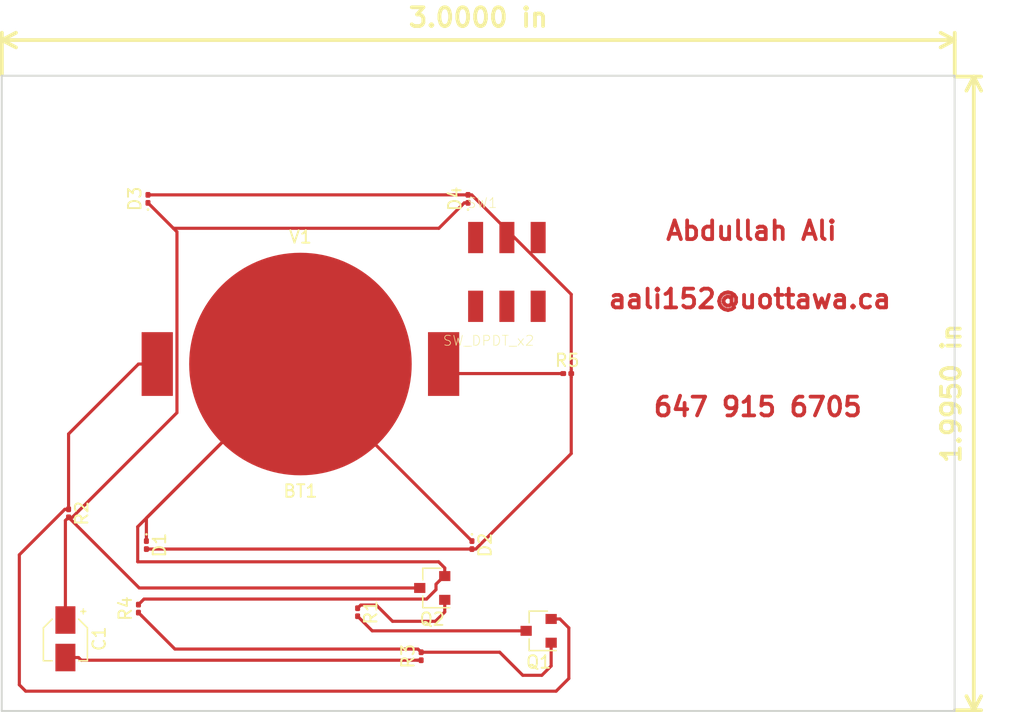
<source format=kicad_pcb>
(kicad_pcb (version 20171130) (host pcbnew "(5.0.2)-1")

  (general
    (thickness 1.6)
    (drawings 9)
    (tracks 74)
    (zones 0)
    (modules 14)
    (nets 11)
  )

  (page A4)
  (layers
    (0 F.Cu signal)
    (31 B.Cu signal hide)
    (32 B.Adhes user)
    (33 F.Adhes user hide)
    (34 B.Paste user hide)
    (35 F.Paste user hide)
    (36 B.SilkS user hide)
    (37 F.SilkS user)
    (38 B.Mask user hide)
    (39 F.Mask user hide)
    (40 Dwgs.User user hide)
    (41 Cmts.User user hide)
    (42 Eco1.User user hide)
    (43 Eco2.User user hide)
    (44 Edge.Cuts user)
    (45 Margin user hide)
    (46 B.CrtYd user hide)
    (47 F.CrtYd user)
    (48 B.Fab user hide)
    (49 F.Fab user hide)
  )

  (setup
    (last_trace_width 0.25)
    (trace_clearance 0.2)
    (zone_clearance 0.508)
    (zone_45_only no)
    (trace_min 0.2)
    (segment_width 0.2)
    (edge_width 0.15)
    (via_size 0.8)
    (via_drill 0.4)
    (via_min_size 0.4)
    (via_min_drill 0.3)
    (uvia_size 0.3)
    (uvia_drill 0.1)
    (uvias_allowed no)
    (uvia_min_size 0.2)
    (uvia_min_drill 0.1)
    (pcb_text_width 0.3)
    (pcb_text_size 1.5 1.5)
    (mod_edge_width 0.15)
    (mod_text_size 1 1)
    (mod_text_width 0.15)
    (pad_size 0.46 0.4)
    (pad_drill 0)
    (pad_to_mask_clearance 0.051)
    (solder_mask_min_width 0.25)
    (aux_axis_origin 0 0)
    (visible_elements 7FFFFFFF)
    (pcbplotparams
      (layerselection 0x010fc_ffffffff)
      (usegerberextensions false)
      (usegerberattributes false)
      (usegerberadvancedattributes false)
      (creategerberjobfile false)
      (excludeedgelayer true)
      (linewidth 0.100000)
      (plotframeref false)
      (viasonmask false)
      (mode 1)
      (useauxorigin false)
      (hpglpennumber 1)
      (hpglpenspeed 20)
      (hpglpendiameter 15.000000)
      (psnegative false)
      (psa4output false)
      (plotreference true)
      (plotvalue true)
      (plotinvisibletext false)
      (padsonsilk false)
      (subtractmaskfromsilk false)
      (outputformat 1)
      (mirror false)
      (drillshape 1)
      (scaleselection 1)
      (outputdirectory ""))
  )

  (net 0 "")
  (net 1 VDD)
  (net 2 GND)
  (net 3 "Net-(C1-Pad2)")
  (net 4 "Net-(D1-Pad2)")
  (net 5 "Net-(Q1-Pad1)")
  (net 6 "Net-(Q1-Pad3)")
  (net 7 "Net-(Q2-Pad1)")
  (net 8 "Net-(C1-Pad1)")
  (net 9 "Net-(D1-Pad1)")
  (net 10 "Net-(SW1-Pad3)")

  (net_class Default "This is the default net class."
    (clearance 0.2)
    (trace_width 0.25)
    (via_dia 0.8)
    (via_drill 0.4)
    (uvia_dia 0.3)
    (uvia_drill 0.1)
    (add_net GND)
    (add_net "Net-(C1-Pad1)")
    (add_net "Net-(C1-Pad2)")
    (add_net "Net-(D1-Pad1)")
    (add_net "Net-(D1-Pad2)")
    (add_net "Net-(Q1-Pad1)")
    (add_net "Net-(Q1-Pad3)")
    (add_net "Net-(Q2-Pad1)")
    (add_net "Net-(SW1-Pad3)")
    (add_net VDD)
  )

  (module CardElements:CR2032_HOLDER (layer F.Cu) (tedit 54CCE85E) (tstamp 5C606F4A)
    (at 103.886 83.058)
    (descr http://www.mouser.com/ds/2/238/bat-hld-001-220194.pdf)
    (tags "Linx Battery Holder 2032 bat-hld-001")
    (path /5C45F109)
    (fp_text reference BT1 (at 0 10.16) (layer F.SilkS)
      (effects (font (size 1 1) (thickness 0.15)))
    )
    (fp_text value V1 (at 0 -10.16) (layer F.SilkS)
      (effects (font (size 1 1) (thickness 0.15)))
    )
    (pad 1 smd rect (at -11.45 0) (size 2.5 5.1) (layers F.Cu F.Paste F.Mask)
      (net 1 VDD))
    (pad 1 smd rect (at 11.45 0) (size 2.5 5.1) (layers F.Cu F.Paste F.Mask)
      (net 1 VDD))
    (pad 2 smd circle (at 0 0) (size 17.8 17.8) (layers F.Cu F.Paste F.Mask)
      (net 2 GND))
  )

  (module Capacitor_SMD:CP_Elec_3x5.3 (layer F.Cu) (tedit 5B303299) (tstamp 5C606F6E)
    (at 85.09 105.029 270)
    (descr "SMT capacitor, aluminium electrolytic, 3x5.3, Cornell Dubilier Electronics ")
    (tags "Capacitor Electrolytic")
    (path /5C45EB8F)
    (attr smd)
    (fp_text reference C1 (at 0 -2.7 270) (layer F.SilkS)
      (effects (font (size 1 1) (thickness 0.15)))
    )
    (fp_text value 47nF (at 0 2.7 270) (layer F.Fab)
      (effects (font (size 1 1) (thickness 0.15)))
    )
    (fp_circle (center 0 0) (end 1.5 0) (layer F.Fab) (width 0.1))
    (fp_line (start 1.65 -1.65) (end 1.65 1.65) (layer F.Fab) (width 0.1))
    (fp_line (start -0.825 -1.65) (end 1.65 -1.65) (layer F.Fab) (width 0.1))
    (fp_line (start -0.825 1.65) (end 1.65 1.65) (layer F.Fab) (width 0.1))
    (fp_line (start -1.65 -0.825) (end -1.65 0.825) (layer F.Fab) (width 0.1))
    (fp_line (start -1.65 -0.825) (end -0.825 -1.65) (layer F.Fab) (width 0.1))
    (fp_line (start -1.65 0.825) (end -0.825 1.65) (layer F.Fab) (width 0.1))
    (fp_line (start -1.110469 -0.8) (end -0.810469 -0.8) (layer F.Fab) (width 0.1))
    (fp_line (start -0.960469 -0.95) (end -0.960469 -0.65) (layer F.Fab) (width 0.1))
    (fp_line (start 1.76 1.76) (end 1.76 1.06) (layer F.SilkS) (width 0.12))
    (fp_line (start 1.76 -1.76) (end 1.76 -1.06) (layer F.SilkS) (width 0.12))
    (fp_line (start -0.870563 -1.76) (end 1.76 -1.76) (layer F.SilkS) (width 0.12))
    (fp_line (start -0.870563 1.76) (end 1.76 1.76) (layer F.SilkS) (width 0.12))
    (fp_line (start -1.570563 -1.06) (end -0.870563 -1.76) (layer F.SilkS) (width 0.12))
    (fp_line (start -1.570563 1.06) (end -0.870563 1.76) (layer F.SilkS) (width 0.12))
    (fp_line (start -2.375 -1.435) (end -2 -1.435) (layer F.SilkS) (width 0.12))
    (fp_line (start -2.1875 -1.6225) (end -2.1875 -1.2475) (layer F.SilkS) (width 0.12))
    (fp_line (start 1.9 -1.9) (end 1.9 -1.05) (layer F.CrtYd) (width 0.05))
    (fp_line (start 1.9 -1.05) (end 2.85 -1.05) (layer F.CrtYd) (width 0.05))
    (fp_line (start 2.85 -1.05) (end 2.85 1.05) (layer F.CrtYd) (width 0.05))
    (fp_line (start 2.85 1.05) (end 1.9 1.05) (layer F.CrtYd) (width 0.05))
    (fp_line (start 1.9 1.05) (end 1.9 1.9) (layer F.CrtYd) (width 0.05))
    (fp_line (start -0.93 1.9) (end 1.9 1.9) (layer F.CrtYd) (width 0.05))
    (fp_line (start -0.93 -1.9) (end 1.9 -1.9) (layer F.CrtYd) (width 0.05))
    (fp_line (start -1.78 1.05) (end -0.93 1.9) (layer F.CrtYd) (width 0.05))
    (fp_line (start -1.78 -1.05) (end -0.93 -1.9) (layer F.CrtYd) (width 0.05))
    (fp_line (start -1.78 -1.05) (end -2.85 -1.05) (layer F.CrtYd) (width 0.05))
    (fp_line (start -2.85 -1.05) (end -2.85 1.05) (layer F.CrtYd) (width 0.05))
    (fp_line (start -2.85 1.05) (end -1.78 1.05) (layer F.CrtYd) (width 0.05))
    (fp_text user %R (at 0 0 270) (layer F.Fab)
      (effects (font (size 0.6 0.6) (thickness 0.09)))
    )
    (pad 1 smd rect (at -1.5 0 270) (size 2.2 1.6) (layers F.Cu F.Paste F.Mask)
      (net 8 "Net-(C1-Pad1)"))
    (pad 2 smd rect (at 1.5 0 270) (size 2.2 1.6) (layers F.Cu F.Paste F.Mask)
      (net 3 "Net-(C1-Pad2)"))
    (model ${KISYS3DMOD}/Capacitor_SMD.3dshapes/CP_Elec_3x5.3.wrl
      (at (xyz 0 0 0))
      (scale (xyz 1 1 1))
      (rotate (xyz 0 0 0))
    )
  )

  (module LED_SMD:LED_0201_0603Metric (layer F.Cu) (tedit 5B301BBE) (tstamp 5C606F82)
    (at 91.567 97.536 270)
    (descr "LED SMD 0201 (0603 Metric), square (rectangular) end terminal, IPC_7351 nominal, (Body size source: https://www.vishay.com/docs/20052/crcw0201e3.pdf), generated with kicad-footprint-generator")
    (tags LED)
    (path /5C45EC37)
    (attr smd)
    (fp_text reference D1 (at 0 -1.05 270) (layer F.SilkS)
      (effects (font (size 1 1) (thickness 0.15)))
    )
    (fp_text value LED (at 0 1.05 270) (layer F.Fab)
      (effects (font (size 1 1) (thickness 0.15)))
    )
    (fp_circle (center -0.86 0) (end -0.81 0) (layer F.SilkS) (width 0.1))
    (fp_line (start -0.3 0.15) (end -0.3 -0.15) (layer F.Fab) (width 0.1))
    (fp_line (start -0.3 -0.15) (end 0.3 -0.15) (layer F.Fab) (width 0.1))
    (fp_line (start 0.3 -0.15) (end 0.3 0.15) (layer F.Fab) (width 0.1))
    (fp_line (start 0.3 0.15) (end -0.3 0.15) (layer F.Fab) (width 0.1))
    (fp_line (start -0.2 0.15) (end -0.2 -0.15) (layer F.Fab) (width 0.1))
    (fp_line (start -0.1 0.15) (end -0.1 -0.15) (layer F.Fab) (width 0.1))
    (fp_line (start -0.7 0.35) (end -0.7 -0.35) (layer F.CrtYd) (width 0.05))
    (fp_line (start -0.7 -0.35) (end 0.7 -0.35) (layer F.CrtYd) (width 0.05))
    (fp_line (start 0.7 -0.35) (end 0.7 0.35) (layer F.CrtYd) (width 0.05))
    (fp_line (start 0.7 0.35) (end -0.7 0.35) (layer F.CrtYd) (width 0.05))
    (fp_text user %R (at 0 -0.68 270) (layer F.Fab)
      (effects (font (size 0.25 0.25) (thickness 0.04)))
    )
    (pad "" smd roundrect (at -0.345 0 270) (size 0.318 0.36) (layers F.Paste) (roundrect_rratio 0.25))
    (pad "" smd roundrect (at 0.345 0 270) (size 0.318 0.36) (layers F.Paste) (roundrect_rratio 0.25))
    (pad 1 smd roundrect (at -0.32 0 270) (size 0.46 0.4) (layers F.Cu F.Mask) (roundrect_rratio 0.25)
      (net 9 "Net-(D1-Pad1)"))
    (pad 2 smd roundrect (at 0.32 0 270) (size 0.46 0.4) (layers F.Cu F.Mask) (roundrect_rratio 0.25)
      (net 4 "Net-(D1-Pad2)"))
    (model ${KISYS3DMOD}/LED_SMD.3dshapes/LED_0201_0603Metric.wrl
      (at (xyz 0 0 0))
      (scale (xyz 1 1 1))
      (rotate (xyz 0 0 0))
    )
  )

  (module LED_SMD:LED_0201_0603Metric (layer F.Cu) (tedit 5B301BBE) (tstamp 5C606F96)
    (at 117.602 97.536 270)
    (descr "LED SMD 0201 (0603 Metric), square (rectangular) end terminal, IPC_7351 nominal, (Body size source: https://www.vishay.com/docs/20052/crcw0201e3.pdf), generated with kicad-footprint-generator")
    (tags LED)
    (path /5C45EDB9)
    (attr smd)
    (fp_text reference D2 (at 0 -1.05 270) (layer F.SilkS)
      (effects (font (size 1 1) (thickness 0.15)))
    )
    (fp_text value LED (at 0 1.05 270) (layer F.Fab)
      (effects (font (size 1 1) (thickness 0.15)))
    )
    (fp_circle (center -0.86 0) (end -0.81 0) (layer F.SilkS) (width 0.1))
    (fp_line (start -0.3 0.15) (end -0.3 -0.15) (layer F.Fab) (width 0.1))
    (fp_line (start -0.3 -0.15) (end 0.3 -0.15) (layer F.Fab) (width 0.1))
    (fp_line (start 0.3 -0.15) (end 0.3 0.15) (layer F.Fab) (width 0.1))
    (fp_line (start 0.3 0.15) (end -0.3 0.15) (layer F.Fab) (width 0.1))
    (fp_line (start -0.2 0.15) (end -0.2 -0.15) (layer F.Fab) (width 0.1))
    (fp_line (start -0.1 0.15) (end -0.1 -0.15) (layer F.Fab) (width 0.1))
    (fp_line (start -0.7 0.35) (end -0.7 -0.35) (layer F.CrtYd) (width 0.05))
    (fp_line (start -0.7 -0.35) (end 0.7 -0.35) (layer F.CrtYd) (width 0.05))
    (fp_line (start 0.7 -0.35) (end 0.7 0.35) (layer F.CrtYd) (width 0.05))
    (fp_line (start 0.7 0.35) (end -0.7 0.35) (layer F.CrtYd) (width 0.05))
    (fp_text user %R (at 0 -0.68 270) (layer F.Fab)
      (effects (font (size 0.25 0.25) (thickness 0.04)))
    )
    (pad "" smd roundrect (at -0.345 0 270) (size 0.318 0.36) (layers F.Paste) (roundrect_rratio 0.25))
    (pad "" smd roundrect (at 0.345 0 270) (size 0.318 0.36) (layers F.Paste) (roundrect_rratio 0.25))
    (pad 1 smd roundrect (at -0.32 0 270) (size 0.46 0.4) (layers F.Cu F.Mask) (roundrect_rratio 0.25)
      (net 9 "Net-(D1-Pad1)"))
    (pad 2 smd roundrect (at 0.32 0 270) (size 0.46 0.4) (layers F.Cu F.Mask) (roundrect_rratio 0.25)
      (net 4 "Net-(D1-Pad2)"))
    (model ${KISYS3DMOD}/LED_SMD.3dshapes/LED_0201_0603Metric.wrl
      (at (xyz 0 0 0))
      (scale (xyz 1 1 1))
      (rotate (xyz 0 0 0))
    )
  )

  (module LED_SMD:LED_0201_0603Metric (layer F.Cu) (tedit 5C49B351) (tstamp 5C606FAA)
    (at 91.694 69.85 90)
    (descr "LED SMD 0201 (0603 Metric), square (rectangular) end terminal, IPC_7351 nominal, (Body size source: https://www.vishay.com/docs/20052/crcw0201e3.pdf), generated with kicad-footprint-generator")
    (tags LED)
    (path /5C45ED1C)
    (attr smd)
    (fp_text reference D3 (at 0 -1.05 90) (layer F.SilkS)
      (effects (font (size 1 1) (thickness 0.15)))
    )
    (fp_text value LED (at 0 1.05 90) (layer F.Fab)
      (effects (font (size 1 1) (thickness 0.15)))
    )
    (fp_text user %R (at 0 -0.68 90) (layer F.Fab)
      (effects (font (size 0.25 0.25) (thickness 0.04)))
    )
    (fp_line (start 0.7 0.35) (end -0.7 0.35) (layer F.CrtYd) (width 0.05))
    (fp_line (start 0.7 -0.35) (end 0.7 0.35) (layer F.CrtYd) (width 0.05))
    (fp_line (start -0.7 -0.35) (end 0.7 -0.35) (layer F.CrtYd) (width 0.05))
    (fp_line (start -0.7 0.35) (end -0.7 -0.35) (layer F.CrtYd) (width 0.05))
    (fp_line (start -0.1 0.15) (end -0.1 -0.15) (layer F.Fab) (width 0.1))
    (fp_line (start -0.2 0.15) (end -0.2 -0.15) (layer F.Fab) (width 0.1))
    (fp_line (start 0.3 0.15) (end -0.3 0.15) (layer F.Fab) (width 0.1))
    (fp_line (start 0.3 -0.15) (end 0.3 0.15) (layer F.Fab) (width 0.1))
    (fp_line (start -0.3 -0.15) (end 0.3 -0.15) (layer F.Fab) (width 0.1))
    (fp_line (start -0.3 0.15) (end -0.3 -0.15) (layer F.Fab) (width 0.1))
    (fp_circle (center -0.86 0) (end -0.81 0) (layer F.SilkS) (width 0.1))
    (pad 2 smd roundrect (at 0.32 0 90) (size 0.46 0.4) (layers F.Cu F.Mask) (roundrect_rratio 0.25)
      (net 4 "Net-(D1-Pad2)"))
    (pad 1 smd roundrect (at -0.32 0 90) (size 0.46 0.4) (layers F.Cu F.Mask) (roundrect_rratio 0.25)
      (net 9 "Net-(D1-Pad1)"))
    (pad "" smd roundrect (at 0.345 0 90) (size 0.318 0.36) (layers F.Paste) (roundrect_rratio 0.25))
    (pad "" smd roundrect (at -0.345 0 90) (size 0.318 0.36) (layers F.Paste) (roundrect_rratio 0.25))
    (model ${KISYS3DMOD}/LED_SMD.3dshapes/LED_0201_0603Metric.wrl
      (at (xyz 0 0 0))
      (scale (xyz 1 1 1))
      (rotate (xyz 0 0 0))
    )
  )

  (module LED_SMD:LED_0201_0603Metric (layer F.Cu) (tedit 5B301BBE) (tstamp 5C606FBE)
    (at 117.287 69.85 90)
    (descr "LED SMD 0201 (0603 Metric), square (rectangular) end terminal, IPC_7351 nominal, (Body size source: https://www.vishay.com/docs/20052/crcw0201e3.pdf), generated with kicad-footprint-generator")
    (tags LED)
    (path /5C45EE19)
    (attr smd)
    (fp_text reference D4 (at 0 -1.05 90) (layer F.SilkS)
      (effects (font (size 1 1) (thickness 0.15)))
    )
    (fp_text value LED (at 0 1.05 90) (layer F.Fab)
      (effects (font (size 1 1) (thickness 0.15)))
    )
    (fp_text user %R (at 0 -0.68 90) (layer F.Fab)
      (effects (font (size 0.25 0.25) (thickness 0.04)))
    )
    (fp_line (start 0.7 0.35) (end -0.7 0.35) (layer F.CrtYd) (width 0.05))
    (fp_line (start 0.7 -0.35) (end 0.7 0.35) (layer F.CrtYd) (width 0.05))
    (fp_line (start -0.7 -0.35) (end 0.7 -0.35) (layer F.CrtYd) (width 0.05))
    (fp_line (start -0.7 0.35) (end -0.7 -0.35) (layer F.CrtYd) (width 0.05))
    (fp_line (start -0.1 0.15) (end -0.1 -0.15) (layer F.Fab) (width 0.1))
    (fp_line (start -0.2 0.15) (end -0.2 -0.15) (layer F.Fab) (width 0.1))
    (fp_line (start 0.3 0.15) (end -0.3 0.15) (layer F.Fab) (width 0.1))
    (fp_line (start 0.3 -0.15) (end 0.3 0.15) (layer F.Fab) (width 0.1))
    (fp_line (start -0.3 -0.15) (end 0.3 -0.15) (layer F.Fab) (width 0.1))
    (fp_line (start -0.3 0.15) (end -0.3 -0.15) (layer F.Fab) (width 0.1))
    (fp_circle (center -0.86 0) (end -0.81 0) (layer F.SilkS) (width 0.1))
    (pad 2 smd roundrect (at 0.32 0 90) (size 0.46 0.4) (layers F.Cu F.Mask) (roundrect_rratio 0.25)
      (net 4 "Net-(D1-Pad2)"))
    (pad 1 smd roundrect (at -0.32 0 90) (size 0.46 0.4) (layers F.Cu F.Mask) (roundrect_rratio 0.25)
      (net 9 "Net-(D1-Pad1)"))
    (pad "" smd roundrect (at 0.345 0 90) (size 0.318 0.36) (layers F.Paste) (roundrect_rratio 0.25))
    (pad "" smd roundrect (at -0.345 0 90) (size 0.318 0.36) (layers F.Paste) (roundrect_rratio 0.25))
    (model ${KISYS3DMOD}/LED_SMD.3dshapes/LED_0201_0603Metric.wrl
      (at (xyz 0 0 0))
      (scale (xyz 1 1 1))
      (rotate (xyz 0 0 0))
    )
  )

  (module Package_TO_SOT_SMD:SOT-23 (layer F.Cu) (tedit 5A02FF57) (tstamp 5C607892)
    (at 122.936 104.394 180)
    (descr "SOT-23, Standard")
    (tags SOT-23)
    (path /5C45EF17)
    (attr smd)
    (fp_text reference Q1 (at 0 -2.5 180) (layer F.SilkS)
      (effects (font (size 1 1) (thickness 0.15)))
    )
    (fp_text value BC807 (at 0 2.5 180) (layer F.Fab)
      (effects (font (size 1 1) (thickness 0.15)))
    )
    (fp_text user %R (at 0 0 -90) (layer F.Fab)
      (effects (font (size 0.5 0.5) (thickness 0.075)))
    )
    (fp_line (start -0.7 -0.95) (end -0.7 1.5) (layer F.Fab) (width 0.1))
    (fp_line (start -0.15 -1.52) (end 0.7 -1.52) (layer F.Fab) (width 0.1))
    (fp_line (start -0.7 -0.95) (end -0.15 -1.52) (layer F.Fab) (width 0.1))
    (fp_line (start 0.7 -1.52) (end 0.7 1.52) (layer F.Fab) (width 0.1))
    (fp_line (start -0.7 1.52) (end 0.7 1.52) (layer F.Fab) (width 0.1))
    (fp_line (start 0.76 1.58) (end 0.76 0.65) (layer F.SilkS) (width 0.12))
    (fp_line (start 0.76 -1.58) (end 0.76 -0.65) (layer F.SilkS) (width 0.12))
    (fp_line (start -1.7 -1.75) (end 1.7 -1.75) (layer F.CrtYd) (width 0.05))
    (fp_line (start 1.7 -1.75) (end 1.7 1.75) (layer F.CrtYd) (width 0.05))
    (fp_line (start 1.7 1.75) (end -1.7 1.75) (layer F.CrtYd) (width 0.05))
    (fp_line (start -1.7 1.75) (end -1.7 -1.75) (layer F.CrtYd) (width 0.05))
    (fp_line (start 0.76 -1.58) (end -1.4 -1.58) (layer F.SilkS) (width 0.12))
    (fp_line (start 0.76 1.58) (end -0.7 1.58) (layer F.SilkS) (width 0.12))
    (pad 1 smd rect (at -1 -0.95 180) (size 0.9 0.8) (layers F.Cu F.Paste F.Mask)
      (net 5 "Net-(Q1-Pad1)"))
    (pad 2 smd rect (at -1 0.95 180) (size 0.9 0.8) (layers F.Cu F.Paste F.Mask)
      (net 1 VDD))
    (pad 3 smd rect (at 1 0 180) (size 0.9 0.8) (layers F.Cu F.Paste F.Mask)
      (net 6 "Net-(Q1-Pad3)"))
    (model ${KISYS3DMOD}/Package_TO_SOT_SMD.3dshapes/SOT-23.wrl
      (at (xyz 0 0 0))
      (scale (xyz 1 1 1))
      (rotate (xyz 0 0 0))
    )
  )

  (module Package_TO_SOT_SMD:SOT-23 (layer F.Cu) (tedit 5A02FF57) (tstamp 5C606FE8)
    (at 114.427 100.965 180)
    (descr "SOT-23, Standard")
    (tags SOT-23)
    (path /5C45EFC7)
    (attr smd)
    (fp_text reference Q2 (at 0 -2.5 180) (layer F.SilkS)
      (effects (font (size 1 1) (thickness 0.15)))
    )
    (fp_text value BC817 (at 0 2.5 180) (layer F.Fab)
      (effects (font (size 1 1) (thickness 0.15)))
    )
    (fp_line (start 0.76 1.58) (end -0.7 1.58) (layer F.SilkS) (width 0.12))
    (fp_line (start 0.76 -1.58) (end -1.4 -1.58) (layer F.SilkS) (width 0.12))
    (fp_line (start -1.7 1.75) (end -1.7 -1.75) (layer F.CrtYd) (width 0.05))
    (fp_line (start 1.7 1.75) (end -1.7 1.75) (layer F.CrtYd) (width 0.05))
    (fp_line (start 1.7 -1.75) (end 1.7 1.75) (layer F.CrtYd) (width 0.05))
    (fp_line (start -1.7 -1.75) (end 1.7 -1.75) (layer F.CrtYd) (width 0.05))
    (fp_line (start 0.76 -1.58) (end 0.76 -0.65) (layer F.SilkS) (width 0.12))
    (fp_line (start 0.76 1.58) (end 0.76 0.65) (layer F.SilkS) (width 0.12))
    (fp_line (start -0.7 1.52) (end 0.7 1.52) (layer F.Fab) (width 0.1))
    (fp_line (start 0.7 -1.52) (end 0.7 1.52) (layer F.Fab) (width 0.1))
    (fp_line (start -0.7 -0.95) (end -0.15 -1.52) (layer F.Fab) (width 0.1))
    (fp_line (start -0.15 -1.52) (end 0.7 -1.52) (layer F.Fab) (width 0.1))
    (fp_line (start -0.7 -0.95) (end -0.7 1.5) (layer F.Fab) (width 0.1))
    (fp_text user %R (at 0 0.254) (layer F.Fab)
      (effects (font (size 0.5 0.5) (thickness 0.075)))
    )
    (pad 3 smd rect (at 1 0 180) (size 0.9 0.8) (layers F.Cu F.Paste F.Mask)
      (net 8 "Net-(C1-Pad1)"))
    (pad 2 smd rect (at -1 0.95 180) (size 0.9 0.8) (layers F.Cu F.Paste F.Mask)
      (net 2 GND))
    (pad 1 smd rect (at -1 -0.95 180) (size 0.9 0.8) (layers F.Cu F.Paste F.Mask)
      (net 7 "Net-(Q2-Pad1)"))
    (model ${KISYS3DMOD}/Package_TO_SOT_SMD.3dshapes/SOT-23.wrl
      (at (xyz 0 0 0))
      (scale (xyz 1 1 1))
      (rotate (xyz 0 0 0))
    )
  )

  (module Resistor_SMD:R_0201_0603Metric (layer F.Cu) (tedit 5B301BBD) (tstamp 5C606FF9)
    (at 108.458 102.906 270)
    (descr "Resistor SMD 0201 (0603 Metric), square (rectangular) end terminal, IPC_7351 nominal, (Body size source: https://www.vishay.com/docs/20052/crcw0201e3.pdf), generated with kicad-footprint-generator")
    (tags resistor)
    (path /5C45EA3F)
    (attr smd)
    (fp_text reference R1 (at 0 -1.05 270) (layer F.SilkS)
      (effects (font (size 1 1) (thickness 0.15)))
    )
    (fp_text value "220 Ohm" (at 0 1.05 270) (layer F.Fab)
      (effects (font (size 1 1) (thickness 0.15)))
    )
    (fp_line (start -0.3 0.15) (end -0.3 -0.15) (layer F.Fab) (width 0.1))
    (fp_line (start -0.3 -0.15) (end 0.3 -0.15) (layer F.Fab) (width 0.1))
    (fp_line (start 0.3 -0.15) (end 0.3 0.15) (layer F.Fab) (width 0.1))
    (fp_line (start 0.3 0.15) (end -0.3 0.15) (layer F.Fab) (width 0.1))
    (fp_line (start -0.7 0.35) (end -0.7 -0.35) (layer F.CrtYd) (width 0.05))
    (fp_line (start -0.7 -0.35) (end 0.7 -0.35) (layer F.CrtYd) (width 0.05))
    (fp_line (start 0.7 -0.35) (end 0.7 0.35) (layer F.CrtYd) (width 0.05))
    (fp_line (start 0.7 0.35) (end -0.7 0.35) (layer F.CrtYd) (width 0.05))
    (fp_text user %R (at 0 -0.68 270) (layer F.Fab)
      (effects (font (size 0.25 0.25) (thickness 0.04)))
    )
    (pad "" smd roundrect (at -0.345 0 270) (size 0.318 0.36) (layers F.Paste) (roundrect_rratio 0.25))
    (pad "" smd roundrect (at 0.345 0 270) (size 0.318 0.36) (layers F.Paste) (roundrect_rratio 0.25))
    (pad 1 smd roundrect (at -0.32 0 270) (size 0.46 0.4) (layers F.Cu F.Mask) (roundrect_rratio 0.25)
      (net 7 "Net-(Q2-Pad1)"))
    (pad 2 smd roundrect (at 0.32 0 270) (size 0.46 0.4) (layers F.Cu F.Mask) (roundrect_rratio 0.25)
      (net 6 "Net-(Q1-Pad3)"))
    (model ${KISYS3DMOD}/Resistor_SMD.3dshapes/R_0201_0603Metric.wrl
      (at (xyz 0 0 0))
      (scale (xyz 1 1 1))
      (rotate (xyz 0 0 0))
    )
  )

  (module Resistor_SMD:R_0201_0603Metric (layer F.Cu) (tedit 5B301BBD) (tstamp 5C60700A)
    (at 85.344 94.996 270)
    (descr "Resistor SMD 0201 (0603 Metric), square (rectangular) end terminal, IPC_7351 nominal, (Body size source: https://www.vishay.com/docs/20052/crcw0201e3.pdf), generated with kicad-footprint-generator")
    (tags resistor)
    (path /5C45EB11)
    (attr smd)
    (fp_text reference R2 (at 0 -1.05 270) (layer F.SilkS)
      (effects (font (size 1 1) (thickness 0.15)))
    )
    (fp_text value "220 Ohm" (at 0 1.05 270) (layer F.Fab)
      (effects (font (size 1 1) (thickness 0.15)))
    )
    (fp_line (start -0.3 0.15) (end -0.3 -0.15) (layer F.Fab) (width 0.1))
    (fp_line (start -0.3 -0.15) (end 0.3 -0.15) (layer F.Fab) (width 0.1))
    (fp_line (start 0.3 -0.15) (end 0.3 0.15) (layer F.Fab) (width 0.1))
    (fp_line (start 0.3 0.15) (end -0.3 0.15) (layer F.Fab) (width 0.1))
    (fp_line (start -0.7 0.35) (end -0.7 -0.35) (layer F.CrtYd) (width 0.05))
    (fp_line (start -0.7 -0.35) (end 0.7 -0.35) (layer F.CrtYd) (width 0.05))
    (fp_line (start 0.7 -0.35) (end 0.7 0.35) (layer F.CrtYd) (width 0.05))
    (fp_line (start 0.7 0.35) (end -0.7 0.35) (layer F.CrtYd) (width 0.05))
    (fp_text user %R (at 0 -0.68 270) (layer F.Fab)
      (effects (font (size 0.25 0.25) (thickness 0.04)))
    )
    (pad "" smd roundrect (at -0.345 0 270) (size 0.318 0.36) (layers F.Paste) (roundrect_rratio 0.25))
    (pad "" smd roundrect (at 0.345 0 270) (size 0.318 0.36) (layers F.Paste) (roundrect_rratio 0.25))
    (pad 1 smd roundrect (at -0.32 0 270) (size 0.46 0.4) (layers F.Cu F.Mask) (roundrect_rratio 0.25)
      (net 1 VDD))
    (pad 2 smd roundrect (at 0.32 0 270) (size 0.46 0.4) (layers F.Cu F.Mask) (roundrect_rratio 0.25)
      (net 8 "Net-(C1-Pad1)"))
    (model ${KISYS3DMOD}/Resistor_SMD.3dshapes/R_0201_0603Metric.wrl
      (at (xyz 0 0 0))
      (scale (xyz 1 1 1))
      (rotate (xyz 0 0 0))
    )
  )

  (module Resistor_SMD:R_0201_0603Metric (layer F.Cu) (tedit 5B301BBD) (tstamp 5C60701B)
    (at 113.538 106.426 90)
    (descr "Resistor SMD 0201 (0603 Metric), square (rectangular) end terminal, IPC_7351 nominal, (Body size source: https://www.vishay.com/docs/20052/crcw0201e3.pdf), generated with kicad-footprint-generator")
    (tags resistor)
    (path /5C45E917)
    (attr smd)
    (fp_text reference R3 (at 0 -1.05 90) (layer F.SilkS)
      (effects (font (size 1 1) (thickness 0.15)))
    )
    (fp_text value "2.2k Ohm" (at 0 1.05 90) (layer F.Fab)
      (effects (font (size 1 1) (thickness 0.15)))
    )
    (fp_line (start -0.3 0.15) (end -0.3 -0.15) (layer F.Fab) (width 0.1))
    (fp_line (start -0.3 -0.15) (end 0.3 -0.15) (layer F.Fab) (width 0.1))
    (fp_line (start 0.3 -0.15) (end 0.3 0.15) (layer F.Fab) (width 0.1))
    (fp_line (start 0.3 0.15) (end -0.3 0.15) (layer F.Fab) (width 0.1))
    (fp_line (start -0.7 0.35) (end -0.7 -0.35) (layer F.CrtYd) (width 0.05))
    (fp_line (start -0.7 -0.35) (end 0.7 -0.35) (layer F.CrtYd) (width 0.05))
    (fp_line (start 0.7 -0.35) (end 0.7 0.35) (layer F.CrtYd) (width 0.05))
    (fp_line (start 0.7 0.35) (end -0.7 0.35) (layer F.CrtYd) (width 0.05))
    (fp_text user %R (at 0 -0.68 90) (layer F.Fab)
      (effects (font (size 0.25 0.25) (thickness 0.04)))
    )
    (pad "" smd roundrect (at -0.345 0 90) (size 0.318 0.36) (layers F.Paste) (roundrect_rratio 0.25))
    (pad "" smd roundrect (at 0.345 0 90) (size 0.318 0.36) (layers F.Paste) (roundrect_rratio 0.25))
    (pad 1 smd roundrect (at -0.32 0 90) (size 0.46 0.4) (layers F.Cu F.Mask) (roundrect_rratio 0.25)
      (net 3 "Net-(C1-Pad2)"))
    (pad 2 smd roundrect (at 0.32 0 90) (size 0.46 0.4) (layers F.Cu F.Mask) (roundrect_rratio 0.25)
      (net 5 "Net-(Q1-Pad1)"))
    (model ${KISYS3DMOD}/Resistor_SMD.3dshapes/R_0201_0603Metric.wrl
      (at (xyz 0 0 0))
      (scale (xyz 1 1 1))
      (rotate (xyz 0 0 0))
    )
  )

  (module Resistor_SMD:R_0201_0603Metric (layer F.Cu) (tedit 5B301BBD) (tstamp 5C607960)
    (at 90.932 102.616 90)
    (descr "Resistor SMD 0201 (0603 Metric), square (rectangular) end terminal, IPC_7351 nominal, (Body size source: https://www.vishay.com/docs/20052/crcw0201e3.pdf), generated with kicad-footprint-generator")
    (tags resistor)
    (path /5C45E9B7)
    (attr smd)
    (fp_text reference R4 (at 0 -1.05 90) (layer F.SilkS)
      (effects (font (size 1 1) (thickness 0.15)))
    )
    (fp_text value "4M Ohm" (at 0 1.05 90) (layer F.Fab)
      (effects (font (size 1 1) (thickness 0.15)))
    )
    (fp_text user %R (at 0 -0.68 90) (layer F.Fab)
      (effects (font (size 0.25 0.25) (thickness 0.04)))
    )
    (fp_line (start 0.7 0.35) (end -0.7 0.35) (layer F.CrtYd) (width 0.05))
    (fp_line (start 0.7 -0.35) (end 0.7 0.35) (layer F.CrtYd) (width 0.05))
    (fp_line (start -0.7 -0.35) (end 0.7 -0.35) (layer F.CrtYd) (width 0.05))
    (fp_line (start -0.7 0.35) (end -0.7 -0.35) (layer F.CrtYd) (width 0.05))
    (fp_line (start 0.3 0.15) (end -0.3 0.15) (layer F.Fab) (width 0.1))
    (fp_line (start 0.3 -0.15) (end 0.3 0.15) (layer F.Fab) (width 0.1))
    (fp_line (start -0.3 -0.15) (end 0.3 -0.15) (layer F.Fab) (width 0.1))
    (fp_line (start -0.3 0.15) (end -0.3 -0.15) (layer F.Fab) (width 0.1))
    (pad 2 smd roundrect (at 0.32 0 90) (size 0.46 0.4) (layers F.Cu F.Mask) (roundrect_rratio 0.25)
      (net 2 GND))
    (pad 1 smd roundrect (at -0.32 0 90) (size 0.46 0.4) (layers F.Cu F.Mask) (roundrect_rratio 0.25)
      (net 5 "Net-(Q1-Pad1)"))
    (pad "" smd roundrect (at 0.345 0 90) (size 0.318 0.36) (layers F.Paste) (roundrect_rratio 0.25))
    (pad "" smd roundrect (at -0.345 0 90) (size 0.318 0.36) (layers F.Paste) (roundrect_rratio 0.25))
    (model ${KISYS3DMOD}/Resistor_SMD.3dshapes/R_0201_0603Metric.wrl
      (at (xyz 0 0 0))
      (scale (xyz 1 1 1))
      (rotate (xyz 0 0 0))
    )
  )

  (module Resistor_SMD:R_0201_0603Metric (layer F.Cu) (tedit 5B301BBD) (tstamp 5C60703D)
    (at 125.222 83.82)
    (descr "Resistor SMD 0201 (0603 Metric), square (rectangular) end terminal, IPC_7351 nominal, (Body size source: https://www.vishay.com/docs/20052/crcw0201e3.pdf), generated with kicad-footprint-generator")
    (tags resistor)
    (path /5C45EAC4)
    (attr smd)
    (fp_text reference R5 (at 0 -1.05) (layer F.SilkS)
      (effects (font (size 1 1) (thickness 0.15)))
    )
    (fp_text value "1 Ohm" (at 0 1.05) (layer F.Fab)
      (effects (font (size 1 1) (thickness 0.15)))
    )
    (fp_text user %R (at 0 -0.68) (layer F.Fab)
      (effects (font (size 0.25 0.25) (thickness 0.04)))
    )
    (fp_line (start 0.7 0.35) (end -0.7 0.35) (layer F.CrtYd) (width 0.05))
    (fp_line (start 0.7 -0.35) (end 0.7 0.35) (layer F.CrtYd) (width 0.05))
    (fp_line (start -0.7 -0.35) (end 0.7 -0.35) (layer F.CrtYd) (width 0.05))
    (fp_line (start -0.7 0.35) (end -0.7 -0.35) (layer F.CrtYd) (width 0.05))
    (fp_line (start 0.3 0.15) (end -0.3 0.15) (layer F.Fab) (width 0.1))
    (fp_line (start 0.3 -0.15) (end 0.3 0.15) (layer F.Fab) (width 0.1))
    (fp_line (start -0.3 -0.15) (end 0.3 -0.15) (layer F.Fab) (width 0.1))
    (fp_line (start -0.3 0.15) (end -0.3 -0.15) (layer F.Fab) (width 0.1))
    (pad 2 smd roundrect (at 0.32 0) (size 0.46 0.4) (layers F.Cu F.Mask) (roundrect_rratio 0.25)
      (net 4 "Net-(D1-Pad2)"))
    (pad 1 smd roundrect (at -0.32 0) (size 0.46 0.4) (layers F.Cu F.Mask) (roundrect_rratio 0.25)
      (net 1 VDD))
    (pad "" smd roundrect (at 0.345 0) (size 0.318 0.36) (layers F.Paste) (roundrect_rratio 0.25))
    (pad "" smd roundrect (at -0.345 0) (size 0.318 0.36) (layers F.Paste) (roundrect_rratio 0.25))
    (model ${KISYS3DMOD}/Resistor_SMD.3dshapes/R_0201_0603Metric.wrl
      (at (xyz 0 0 0))
      (scale (xyz 1 1 1))
      (rotate (xyz 0 0 0))
    )
  )

  (module JS202011SCQN:SW_JS202011SCQN (layer F.Cu) (tedit 0) (tstamp 5C572F68)
    (at 120.396 75.692)
    (path /5C4A0416)
    (attr smd)
    (fp_text reference SW1 (at -1.97145 -5.51762) (layer F.SilkS)
      (effects (font (size 0.801394 0.801394) (thickness 0.05)))
    )
    (fp_text value SW_DPDT_x2 (at -1.46182 5.49885) (layer F.SilkS)
      (effects (font (size 0.801 0.801) (thickness 0.05)))
    )
    (fp_line (start -4.5 1.5) (end 4.5 1.5) (layer Dwgs.User) (width 0.127))
    (fp_line (start 4.5 1.5) (end 4.5 -1.5) (layer Dwgs.User) (width 0.127))
    (fp_line (start 4.5 -1.5) (end -4.5 -1.5) (layer Dwgs.User) (width 0.127))
    (fp_line (start -4.5 -1.5) (end -4.5 1.5) (layer Dwgs.User) (width 0.127))
    (pad 1 smd rect (at -2.5 2.75) (size 1.2 2.5) (layers F.Cu F.Paste F.Mask)
      (net 9 "Net-(D1-Pad1)"))
    (pad 2 smd rect (at 0 2.75) (size 1.2 2.5) (layers F.Cu F.Paste F.Mask)
      (net 8 "Net-(C1-Pad1)"))
    (pad 3 smd rect (at 2.5 2.75) (size 1.2 2.5) (layers F.Cu F.Paste F.Mask)
      (net 10 "Net-(SW1-Pad3)"))
    (pad 4 smd rect (at -2.5 -2.75) (size 1.2 2.5) (layers F.Cu F.Paste F.Mask))
    (pad 5 smd rect (at 0 -2.75) (size 1.2 2.5) (layers F.Cu F.Paste F.Mask))
    (pad 6 smd rect (at 2.5 -2.75) (size 1.2 2.5) (layers F.Cu F.Paste F.Mask))
  )

  (gr_text "647 915 6705" (at 140.462 86.487) (layer F.Cu)
    (effects (font (size 1.5 1.5) (thickness 0.3)))
  )
  (gr_text "aali152@uottawa.ca\n" (at 139.827 77.851) (layer F.Cu)
    (effects (font (size 1.5 1.5) (thickness 0.3)))
  )
  (gr_text "Abdullah Ali" (at 139.954 72.39) (layer F.Cu)
    (effects (font (size 1.5 1.5) (thickness 0.3)))
  )
  (dimension 50.673 (width 0.3) (layer F.SilkS)
    (gr_text "50.673 mm" (at 159.834 85.4075 90) (layer F.SilkS) (tstamp 5C49FD82)
      (effects (font (size 1.5 1.5) (thickness 0.3)))
    )
    (feature1 (pts (xy 156.21 60.071) (xy 158.320421 60.071)))
    (feature2 (pts (xy 156.21 110.744) (xy 158.320421 110.744)))
    (crossbar (pts (xy 157.734 110.744) (xy 157.734 60.071)))
    (arrow1a (pts (xy 157.734 60.071) (xy 158.320421 61.197504)))
    (arrow1b (pts (xy 157.734 60.071) (xy 157.147579 61.197504)))
    (arrow2a (pts (xy 157.734 110.744) (xy 158.320421 109.617496)))
    (arrow2b (pts (xy 157.734 110.744) (xy 157.147579 109.617496)))
  )
  (dimension 76.2 (width 0.3) (layer F.SilkS)
    (gr_text "76.200 mm" (at 118.11 55.05) (layer F.SilkS)
      (effects (font (size 1.5 1.5) (thickness 0.3)))
    )
    (feature1 (pts (xy 80.01 59.944) (xy 80.01 56.563579)))
    (feature2 (pts (xy 156.21 59.944) (xy 156.21 56.563579)))
    (crossbar (pts (xy 156.21 57.15) (xy 80.01 57.15)))
    (arrow1a (pts (xy 80.01 57.15) (xy 81.136504 56.563579)))
    (arrow1b (pts (xy 80.01 57.15) (xy 81.136504 57.736421)))
    (arrow2a (pts (xy 156.21 57.15) (xy 155.083496 56.563579)))
    (arrow2b (pts (xy 156.21 57.15) (xy 155.083496 57.736421)))
  )
  (gr_line (start 80 110.8) (end 80 60) (layer Edge.Cuts) (width 0.15))
  (gr_line (start 80 110.8) (end 156.2 110.8) (layer Edge.Cuts) (width 0.15))
  (gr_line (start 156.2 60) (end 156.2 110.8) (layer Edge.Cuts) (width 0.15))
  (gr_line (start 80 60) (end 156.2 60) (layer Edge.Cuts) (width 0.15))

  (segment (start 116.098 83.82) (end 115.336 83.058) (width 0.25) (layer F.Cu) (net 1))
  (segment (start 124.902 83.82) (end 116.098 83.82) (width 0.25) (layer F.Cu) (net 1))
  (segment (start 90.936 83.058) (end 92.436 83.058) (width 0.25) (layer F.Cu) (net 1))
  (segment (start 85.344 88.65) (end 90.936 83.058) (width 0.25) (layer F.Cu) (net 1))
  (segment (start 85.344 94.676) (end 85.344 88.65) (width 0.25) (layer F.Cu) (net 1))
  (segment (start 85.044 94.676) (end 85.344 94.676) (width 0.25) (layer F.Cu) (net 1))
  (segment (start 81.407 98.313) (end 85.044 94.676) (width 0.25) (layer F.Cu) (net 1))
  (segment (start 81.407 108.712) (end 81.407 98.313) (width 0.25) (layer F.Cu) (net 1))
  (segment (start 123.936 103.444) (end 124.636 103.444) (width 0.25) (layer F.Cu) (net 1))
  (segment (start 124.636 103.444) (end 125.349 104.157) (width 0.25) (layer F.Cu) (net 1))
  (segment (start 125.349 104.157) (end 125.349 108.204) (width 0.25) (layer F.Cu) (net 1))
  (segment (start 125.349 108.204) (end 124.333 109.22) (width 0.25) (layer F.Cu) (net 1))
  (segment (start 124.333 109.22) (end 81.915 109.22) (width 0.25) (layer F.Cu) (net 1))
  (segment (start 81.915 109.22) (end 81.407 108.712) (width 0.25) (layer F.Cu) (net 1))
  (segment (start 103.886 82.362) (end 103.886 83.058) (width 0.25) (layer F.Cu) (net 2))
  (segment (start 91.567 95.377) (end 103.886 83.058) (width 0.25) (layer F.Cu) (net 2))
  (segment (start 103.886 83.5) (end 103.886 83.058) (width 0.25) (layer F.Cu) (net 2))
  (segment (start 91.567 97.216) (end 91.567 95.504) (width 0.25) (layer F.Cu) (net 2))
  (segment (start 91.567 95.504) (end 91.567 95.377) (width 0.25) (layer F.Cu) (net 2))
  (segment (start 117.602 97.216) (end 103.886 83.5) (width 0.25) (layer F.Cu) (net 2))
  (segment (start 115.427 99.365) (end 114.935 98.873) (width 0.25) (layer F.Cu) (net 2))
  (segment (start 115.427 100.015) (end 115.427 99.365) (width 0.25) (layer F.Cu) (net 2))
  (segment (start 114.935 98.873) (end 90.872 98.873) (width 0.25) (layer F.Cu) (net 2))
  (segment (start 90.872 96.072) (end 103.886 83.058) (width 0.25) (layer F.Cu) (net 2))
  (segment (start 90.872 98.873) (end 90.872 96.072) (width 0.25) (layer F.Cu) (net 2))
  (segment (start 115.377 100.015) (end 115.427 100.015) (width 0.25) (layer F.Cu) (net 2))
  (segment (start 114.727 100.665) (end 115.377 100.015) (width 0.25) (layer F.Cu) (net 2))
  (segment (start 114.727 101.100002) (end 114.727 100.665) (width 0.25) (layer F.Cu) (net 2))
  (segment (start 113.973002 101.854) (end 114.727 101.100002) (width 0.25) (layer F.Cu) (net 2))
  (segment (start 91.374 101.854) (end 113.973002 101.854) (width 0.25) (layer F.Cu) (net 2))
  (segment (start 90.932 102.296) (end 91.374 101.854) (width 0.25) (layer F.Cu) (net 2))
  (segment (start 113.238 106.746) (end 113.538 106.746) (width 0.25) (layer F.Cu) (net 3))
  (segment (start 86.357 106.746) (end 113.238 106.746) (width 0.25) (layer F.Cu) (net 3))
  (segment (start 86.14 106.529) (end 86.357 106.746) (width 0.25) (layer F.Cu) (net 3))
  (segment (start 85.09 106.529) (end 86.14 106.529) (width 0.25) (layer F.Cu) (net 3))
  (segment (start 91.694 69.53) (end 117.287 69.53) (width 0.25) (layer F.Cu) (net 4))
  (segment (start 125.542 83.52) (end 125.542 83.82) (width 0.25) (layer F.Cu) (net 4))
  (segment (start 125.542 77.485) (end 125.542 83.52) (width 0.25) (layer F.Cu) (net 4))
  (segment (start 117.587 69.53) (end 125.542 77.485) (width 0.25) (layer F.Cu) (net 4))
  (segment (start 117.287 69.53) (end 117.587 69.53) (width 0.25) (layer F.Cu) (net 4))
  (segment (start 91.567 97.856) (end 117.602 97.856) (width 0.25) (layer F.Cu) (net 4))
  (segment (start 125.542 84.12) (end 125.542 83.82) (width 0.25) (layer F.Cu) (net 4))
  (segment (start 125.542 90.216) (end 125.542 84.12) (width 0.25) (layer F.Cu) (net 4))
  (segment (start 117.902 97.856) (end 125.542 90.216) (width 0.25) (layer F.Cu) (net 4))
  (segment (start 117.602 97.856) (end 117.902 97.856) (width 0.25) (layer F.Cu) (net 4))
  (segment (start 113.538 106.106) (end 119.822 106.106) (width 0.25) (layer F.Cu) (net 5))
  (segment (start 119.822 106.106) (end 121.666 107.95) (width 0.25) (layer F.Cu) (net 5))
  (segment (start 121.666 107.95) (end 123.19 107.95) (width 0.25) (layer F.Cu) (net 5))
  (segment (start 123.936 107.204) (end 123.936 105.344) (width 0.25) (layer F.Cu) (net 5))
  (segment (start 123.19 107.95) (end 123.936 107.204) (width 0.25) (layer F.Cu) (net 5))
  (segment (start 91.18676 103.19076) (end 90.932 102.936) (width 0.25) (layer F.Cu) (net 5))
  (segment (start 93.84724 105.85124) (end 91.18676 103.19076) (width 0.25) (layer F.Cu) (net 5))
  (segment (start 113.28324 105.85124) (end 93.84724 105.85124) (width 0.25) (layer F.Cu) (net 5))
  (segment (start 113.538 106.106) (end 113.28324 105.85124) (width 0.25) (layer F.Cu) (net 5))
  (segment (start 109.626 104.394) (end 121.936 104.394) (width 0.25) (layer F.Cu) (net 6))
  (segment (start 108.458 103.226) (end 109.626 104.394) (width 0.25) (layer F.Cu) (net 6))
  (segment (start 108.71276 102.33124) (end 109.95124 102.33124) (width 0.25) (layer F.Cu) (net 7))
  (segment (start 108.458 102.586) (end 108.71276 102.33124) (width 0.25) (layer F.Cu) (net 7))
  (segment (start 109.95124 102.33124) (end 111.252 103.632) (width 0.25) (layer F.Cu) (net 7))
  (segment (start 111.252 103.632) (end 114.681 103.632) (width 0.25) (layer F.Cu) (net 7))
  (segment (start 115.427 102.886) (end 115.427 101.915) (width 0.25) (layer F.Cu) (net 7))
  (segment (start 114.681 103.632) (end 115.427 102.886) (width 0.25) (layer F.Cu) (net 7))
  (segment (start 85.09 95.57) (end 85.344 95.316) (width 0.25) (layer F.Cu) (net 8))
  (segment (start 85.09 103.529) (end 85.09 95.57) (width 0.25) (layer F.Cu) (net 8))
  (segment (start 85.644 95.316) (end 85.344 95.316) (width 0.25) (layer F.Cu) (net 8))
  (segment (start 94.011001 86.948999) (end 85.644 95.316) (width 0.25) (layer F.Cu) (net 8))
  (segment (start 94.011001 72.487001) (end 94.011001 86.948999) (width 0.25) (layer F.Cu) (net 8))
  (segment (start 90.993 100.965) (end 85.344 95.316) (width 0.25) (layer F.Cu) (net 8))
  (segment (start 113.427 100.965) (end 90.993 100.965) (width 0.25) (layer F.Cu) (net 8))
  (segment (start 114.955 72.202) (end 93.726 72.202) (width 0.25) (layer F.Cu) (net 8))
  (segment (start 116.987 70.17) (end 114.955 72.202) (width 0.25) (layer F.Cu) (net 8))
  (segment (start 117.287 70.17) (end 116.987 70.17) (width 0.25) (layer F.Cu) (net 8))
  (segment (start 91.694 70.17) (end 93.726 72.202) (width 0.25) (layer F.Cu) (net 8))
  (segment (start 93.726 72.202) (end 94.011001 72.487001) (width 0.25) (layer F.Cu) (net 8))

)

</source>
